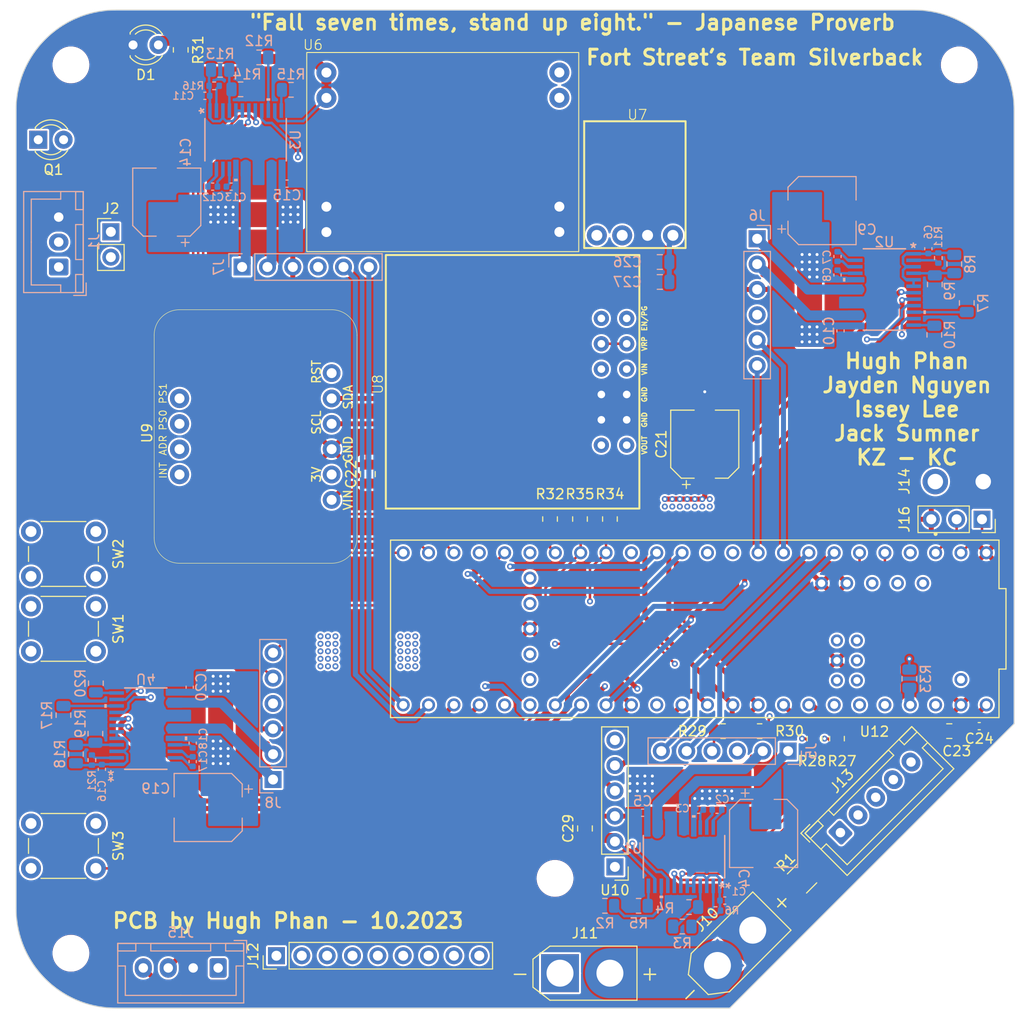
<source format=kicad_pcb>
(kicad_pcb (version 20221018) (generator pcbnew)
  (layers (0 "F.Cu" signal) (1 "In1.Cu" signal) (2 "In2.Cu" signal) (31 "B.Cu" signal) (34 "B.Paste" user) (35 "F.Paste" user) (36 "B.SilkS" user "B.Silkscreen") (37 "F.SilkS" user "F.Silkscreen") (38 "B.Mask" user) (39 "F.Mask" user) (44 "Edge.Cuts" user))
  (net 0 "")
  (net 1 "+3V3")
  (net 2 "Net-(U1-DVDD)")
  (net 3 "+5V")
  (net 4 "GNDPWR")
  (net 5 "Net-(D1-A)")
  (net 6 "Net-(U1-CPL)")
  (net 7 "Net-(U1-CPH)")
  (net 8 "Net-(U1-VCP)")
  (net 9 "Net-(U2-DVDD)")
  (net 10 "Net-(U2-CPL)")
  (net 11 "Net-(U2-CPH)")
  (net 12 "Net-(U2-VCP)")
  (net 13 "Net-(U3-DVDD)")
  (net 14 "Net-(U3-CPL)")
  (net 15 "Net-(U3-CPH)")
  (net 16 "Net-(U3-VCP)")
  (net 17 "Net-(U4-DVDD)")
  (net 18 "Net-(U4-CPL)")
  (net 19 "Net-(U4-CPH)")
  (net 20 "Net-(U4-VCP)")
  (net 21 "/RX")
  (net 22 "/TX")
  (net 23 "+15V")
  (net 24 "/SDA")
  (net 25 "/SCL")
  (net 26 "/KICKERTRIG")
  (net 27 "/LINE BREAK")
  (net 28 "/SW1")
  (net 29 "/SCL1")
  (net 30 "/SW2")
  (net 31 "/SDA1")
  (net 32 "/SW3")
  (net 33 "/M1A")
  (net 34 "/M1B")
  (net 35 "/ENC1A")
  (net 36 "/ENC1B")
  (net 37 "/M1IN1")
  (net 38 "/M1IN2")
  (net 39 "/M2A")
  (net 40 "/M2B")
  (net 41 "/ENC2A")
  (net 42 "/ENC2B")
  (net 43 "/M3A")
  (net 44 "/M3B")
  (net 45 "/ENC3A")
  (net 46 "/ENC3B")
  (net 47 "/M4A")
  (net 48 "/M4B")
  (net 49 "/ENC4A")
  (net 50 "/M2IN1")
  (net 51 "/M2IN2")
  (net 52 "/ENC4B")
  (net 53 "Net-(J12-Pin_1)")
  (net 54 "Net-(J12-Pin_2)")
  (net 55 "Net-(J12-Pin_3)")
  (net 56 "Net-(J12-Pin_4)")
  (net 57 "Net-(J12-Pin_5)")
  (net 62 "Net-(J14-Pin_2)")
  (net 63 "/M3IN1")
  (net 64 "/M3IN2")
  (net 65 "Net-(U1-IPROPI1)")
  (net 66 "Net-(U1-SR)")
  (net 67 "Net-(U1-IPROPI2)")
  (net 68 "Net-(U1-NFAULT)")
  (net 69 "Net-(U2-IPROPI1)")
  (net 70 "Net-(U2-SR)")
  (net 71 "Net-(U2-IPROPI2)")
  (net 72 "Net-(U2-NFAULT)")
  (net 73 "Net-(U3-IPROPI1)")
  (net 74 "Net-(U3-SR)")
  (net 75 "Net-(U3-IPROPI2)")
  (net 76 "/M4IN1")
  (net 77 "/M4IN2")
  (net 78 "Net-(U3-NFAULT)")
  (net 79 "Net-(U4-IPROPI1)")
  (net 80 "Net-(U4-SR)")
  (net 81 "Net-(U4-IPROPI2)")
  (net 82 "Net-(U4-NFAULT)")
  (net 83 "/DISABLE")
  (net 85 "unconnected-(U8-VRP-Pad4)")
  (net 98 "/TX3")
  (net 99 "/RX3")
  (net 107 "/RST")
  (net 110 "/M5IN2")
  (net 111 "/M5IN1")
  (net 119 "Net-(J10-Pin_1)")
  (net 120 "GNDS")
  (footprint "Resistor_SMD:R_0805_2012Metric" (layer "F.Cu") (at 116.5 104 90)
    (fp_text reference "R31")
    (fp_text value "95R")
  )
  (footprint "Resistor_SMD:R_0805_2012Metric" (layer "F.Cu") (at 182.25 173 -90)
    (fp_text reference "R27")
    (fp_text value "4K7")
  )
  (footprint "2.3 PCBs:5V, 5.5A Step-Down Voltage Regulator D36V50F5" (layer "F.Cu") (at 149.75 137.25 90)
    (fp_text reference "U8")
    (fp_text value "~")
  )
  (footprint "MountingHole:MountingHole_3.2mm_M3" (layer "F.Cu") (at 105.5 105.5)
    (fp_text reference "H3" hide)
    (fp_text value "MountingHole")
  )
  (footprint "Resistor_SMD:R_0805_2012Metric" (layer "F.Cu") (at 159.5 151 90)
    (fp_text reference "R34")
    (fp_text value "10K")
  )
  (footprint "Resistor_SMD:R_0805_2012Metric" (layer "F.Cu") (at 170.8375 172.25 180)
    (fp_text reference "R29")
    (fp_text value "4K7")
  )
  (footprint "Resistor_SMD:R_0805_2012Metric" (layer "F.Cu") (at 180 173 -90)
    (fp_text reference "R28")
    (fp_text value "4K7")
  )
  (footprint "Button_Switch_THT:SW_PUSH_6mm_H4.3mm" (layer "F.Cu") (at 108 156.75 180)
    (fp_text reference "SW2")
    (fp_text value "SPST")
  )
  (footprint "Button_Switch_THT:SW_PUSH_6mm_H4.3mm" (layer "F.Cu") (at 101.5 181.5)
    (fp_text reference "SW3")
    (fp_text value "SPST")
  )
  (footprint "Resistor_SMD:R_0805_2012Metric" (layer "F.Cu") (at 174.5 172.25)
    (fp_text reference "R30")
    (fp_text value "4K7")
  )
  (footprint "Button_Switch_THT:SW_PUSH_6mm_H4.3mm" (layer "F.Cu") (at 108 164.25 180)
    (fp_text reference "SW1")
    (fp_text value "SPST")
  )
  (footprint "MountingHole:MountingHole_3.2mm_M3" (layer "F.Cu") (at 154 187)
    (fp_text reference "H1" hide)
    (fp_text value "MountingHole")
  )
  (footprint "MountingHole:MountingHole_3.2mm_M3" (layer "F.Cu") (at 194.5 105.5)
    (fp_text reference "H2" hide)
    (fp_text value "MountingHole")
  )
  (footprint "Connector_Wire:SolderWire-0.75sqmm_1x02_P4.8mm_D1.25mm_OD2.3mm" (layer "F.Cu") (at 196.9 147.25 180)
    (fp_text reference "J14")
    (fp_text value "5V PI")
  )
  (footprint "Capacitor_SMD:CP_Elec_6.3x7.7" (layer "F.Cu") (at 169 143.5 90)
    (fp_text reference "C21")
    (fp_text value "100uF")
  )
  (footprint "Resistor_SMD:R_0805_2012Metric" (layer "F.Cu") (at 156.5 151 90)
    (fp_text reference "R35")
    (fp_text value "10K")
  )
  (footprint "Connector_PinHeader_2.54mm:PinHeader_1x06_P2.54mm_Vertical" (layer "F.Cu") (at 160 185.85 180)
    (fp_text reference "U10")
    (fp_text value "Bluetooth_Module_(HC-05)")
  )
  (footprint "Capacitor_SMD:C_0402_1005Metric" (layer "F.Cu") (at 196.5 171.75)
    (fp_text reference "C24")
    (fp_text value "0.1uF")
  )
  (footprint "Resistor_SMD:R_0805_2012Metric" (layer "F.Cu") (at 153.5 151 90)
    (fp_text reference "R32")
    (fp_text value "10K")
  )
  (footprint "Connector_JST:JST_XH_B5B-XH-A_1x05_P2.50mm_Vertical" (layer "F.Cu") (at 182.593235 182.414303 45)
    (fp_text reference "J13")
    (fp_text value "Batt Bal")
  )
  (footprint "Capacitor_SMD:C_0805_2012Metric" (layer "F.Cu") (at 193.5 172.25)
    (fp_text reference "C23")
    (fp_text value "10uF")
  )
  (footprint "Connector_PinHeader_2.54mm:PinHeader_1x09_P2.54mm_Vertical" (layer "F.Cu") (at 126.09 194.75 90)
    (fp_text reference "J12")
    (fp_text value "Battery Buzzer")
  )
  (footprint "2.3 PCBs:Pololu 3.3V, 500mA Step-Down Voltage Regulator D24V5F3" (layer "F.Cu") (at 162 117)
    (fp_text reference "U7")
    (fp_text value "~")
  )
  (footprint "Capacitor_SMD:C_0805_2012Metric" (layer "F.Cu") (at 157 182 90)
    (fp_text reference "C29")
    (fp_text value "10uF")
  )
  (footprint "DEV-16771:MODULE_DEV-16771" (layer "F.Cu") (at 168 162 180)
    (fp_text reference "U12")
    (fp_text value "DEV-16771")
  )
  (footprint "Connector_PinSocket_2.54mm:PinSocket_1x03_P2.54mm_Vertical" (layer "F.Cu") (at 196.775 151.025 -90)
    (fp_text reference "J16")
    (fp_text value "UART")
  )
  (footprint "LED_THT:LED_D3.0mm" (layer "F.Cu") (at 102.225 113)
    (fp_text reference "Q1")
    (fp_text value "Q_Photo_NPN")
  )
  (footprint "MountingHole:MountingHole_3.2mm_M3" (layer "F.Cu") (at 105.5 194.5)
    (fp_text reference "H4" hide)
    (fp_text value "MountingHole")
  )
  (footprint "Connector_AMASS:AMASS_XT30U-F_1x02_P5.0mm_Vertical" (layer "F.Cu") (at 170.272614 195.727387 45)
    (fp_text reference "J10")
    (fp_text value "4S Battery")
  )
  (footprint "Connector_AMASS:AMASS_XT30U-M_1x02_P5.0mm_Vertical" (layer "F.Cu") (at 154.5 196.5)
    (fp_text reference "J11")
    (fp_text value "Power Switch")
  )
  (footprint "Capacitor_SMD:C_0805_2012Metric" (layer "F.Cu") (at 135.25 146.5 90)
    (fp_text reference "C22")
    (fp_text value "10uF")
  )
  (footprint "Resistor_SMD:R_1210_3225Metric" (layer "F.Cu") (at 178.75 187 45)
    (fp_text reference "R1")
    (fp_text value "R")
  )
  (footprint "Connector_PinHeader_2.54mm:PinHeader_1x02_P2.54mm_Vertical" (layer "F.Cu") (at 109.5 122.225)
    (fp_text reference "J2")
    (fp_text value "M5")
  )
  (footprint "2.3 PCBs:Adafruit IMU BNO055" (layer "F.Cu") (at 124 142.73 90)
    (fp_text reference "U9")
    (fp_text value "Adafruit_BNO055_STEMMA_QT")
  )
  (footprint "LED_THT:LED_D3.0mm" (layer "F.Cu") (at 111.725 103.5)
    (fp_text reference "D1")
    (fp_text value "LED")
  )
  (footprint "2.3 PCBs:DC-DC Multi-output Buck Converter" (layer "F.Cu") (at 143 114 90)
    (fp_text reference "U6")
    (fp_text value "~")
  )
  (footprint "Capacitor_SMD:C_0402_1005Metric" (layer "B.Cu") (at 168.375002 180.124998 180)
    (fp_text reference "C3")
    (fp_text value "1uF")
  )
  (footprint "Connector_PinHeader_2.54mm:PinHeader_1x06_P2.54mm_Vertical" (layer "B.Cu") (at 177.35 174.25 90)
    (fp_text reference "J5")
    (fp_text value "M1")
  )
  (footprint "Capacitor_SMD:C_0402_1005Metric" (layer "B.Cu") (at 108.6 176.08 -90)
    (fp_text reference "C16")
    (fp_text value "1uF")
  )
  (footprint "DRV8873HPWPR:PWP24_TEX" (layer "B.Cu") (at 166.925002 184.824998 90)
    (fp_text reference "U1")
    (fp_text value "DRV8873HPWPR")
  )
  (footprint "Capacitor_SMD:CP_Elec_6.3x7.7" (layer "B.Cu") (at 174.895002 182.5 -90)
    (fp_text reference "C4")
    (fp_text value "100uF")
  )
  (footprint "Resistor_SMD:R_0805_2012Metric" (layer "B.Cu") (at 162.375002 189.75 180)
    (fp_text reference "R5")
    (fp_text value "363R")
  )
  (footprint "Capacitor_SMD:C_0402_1005Metric" (layer "B.Cu") (at 182.3 126.55 -90)
    (fp_text reference "C8")
    (fp_text value "1uF")
  )
  (footprint "Capacitor_SMD:C_0402_1005Metric" (layer "B.Cu") (at 127.15 117.4)
    (fp_text reference "C15")
    (fp_text value "0.1uF")
  )
  (footprint "Capacitor_SMD:C_0402_1005Metric" (layer "B.Cu") (at 117.7 173.45 90)
    (fp_text reference "C18")
    (fp_text value "1uF")
  )
  (footprint "DRV8873HPWPR:PWP24_TEX" (layer "B.Cu") (at 187 128 180)
    (fp_text reference "U2")
    (fp_text value "DRV8873HPWPR")
  )
  (footprint "Resistor_SMD:R_0805_2012Metric" (layer "B.Cu") (at 195.25 129.35 90)
    (fp_text reference "R7")
    (fp_text value "363R")
  )
  (footprint "Capacitor_SMD:C_0805_2012Metric" (layer "B.Cu") (at 164.5 125.25 180)
    (fp_text reference "C26")
    (fp_text value "10uF")
  )
  (footprint "Capacitor_SMD:C_0402_1005Metric" (layer "B.Cu") (at 119.7 117.7)
    (fp_text reference "C12")
    (fp_text value "47nF")
  )
  (footprint "Resistor_SMD:R_0805_2012Metric" (layer "B.Cu") (at 104.75 170.65 -90)
    (fp_text reference "R17")
    (fp_text value "363R")
  )
  (footprint "Capacitor_SMD:C_0402_1005Metric" (layer "B.Cu") (at 170.225002 180.124998 180)
    (fp_text reference "C2")
    (fp_text value "47nF")
  )
  (footprint "Resistor_SMD:R_0805_2012Metric" (layer "B.Cu") (at 194 125.45 -90)
    (fp_text reference "R8")
    (fp_text value "0R")
  )
  (footprint "Connector_PinHeader_2.54mm:PinHeader_1x06_P2.54mm_Vertical" (layer "B.Cu") (at 122.65 125.75 -90)
    (fp_text reference "J7")
    (fp_text value "M3")
  )
  (footprint "Resistor_SMD:R_0805_2012Metric" (layer "B.Cu") (at 107.95 172.5 90)
    (fp_text reference "R19")
    (fp_text value "3M")
  )
  (footprint "Resistor_SMD:R_0805_2012Metric" (layer "B.Cu") (at 120.45 106)
    (fp_text reference "R13")
    (fp_text value "0R")
  )
  (footprint "Resistor_SMD:R_0402_1005Metric" (layer "B.Cu") (at 170.075002 190.224998 180)
    (fp_text reference "R6")
    (fp_text value "10k")
  )
  (footprint "Connector_PinHeader_2.54mm:PinHeader_1x06_P2.54mm_Vertical" (layer "B.Cu") (at 174.25 122.92 180)
    (fp_text reference "J6")
    (fp_text value "M2")
  )
  (footprint "Connector_JST:JST_XH_B4B-XH-A_1x04_P2.50mm_Vertical" (layer "B.Cu") (at 120.25 195.975 180)
    (fp_text reference "J15")
    (fp_text value "Line")
  )
  (footprint "Resistor_SMD:R_0805_2012Metric" (layer "B.Cu") (at 124.35 104.75 180)
    (fp_text reference "R12")
    (fp_text value "363R")
  )
  (footprint "Capacitor_SMD:C_0805_2012Metric" (layer "B.Cu") (at 164.5 127.25 180)
    (fp_text reference "C27")
    (fp_text value "10uF")
  )
  (footprint "Capacitor_SMD:C_0402_1005Metric" (layer "B.Cu") (at 118.92 108.6 180)
    (fp_text reference "C11")
    (fp_text value "1uF")
  )
  (footprint "Resistor_SMD:R_0402_1005Metric" (layer "B.Cu") (at 119.85 107.6)
    (fp_text reference "R16")
    (fp_text value "10k")
  )
  (footprint "Resistor_SMD:R_0805_2012Metric" (layer "B.Cu") (at 192 132.55 -90)
    (fp_text reference "R10")
    (fp_text value "363R")
  )
  (footprint "Resistor_SMD:R_0805_2012Metric" (layer "B.Cu") (at 167.425002 189.874998 180)
    (fp_text reference "R4")
    (fp_text value "3M")
  )
  (footprint "Resistor_SMD:R_0402_1005Metric" (layer "B.Cu") (at 107.6 175.15 90)
    (fp_text reference "R21")
    (fp_text value "10k")
  )
  (footprint "Capacitor_SMD:C_0402_1005Metric" (layer "B.Cu") (at 182.6 132.15 -90)
    (fp_text reference "C10")
    (fp_text value "0.1uF")
  )
  (footprint "Capacitor_SMD:C_0402_1005Metric" (layer "B.Cu") (at 171.005002 189.224998)
    (fp_text reference "C1")
    (fp_text value "1uF")
  )
  (footprint "Resistor_SMD:R_0805_2012Metric" (layer "B.Cu") (at 122.5 107.95)
    (fp_text reference "R14")
    (fp_text value "3M")
  )
  (footprint "Resistor_SMD:R_0402_1005Metric" (layer "B.Cu") (at 192.4 124.85 -90)
    (fp_text reference "R11")
    (fp_text value "10k")
  )
  (footprint "Capacitor_SMD:CP_Elec_6.3x7.7" (layer "B.Cu") (at 115.1 119.25 90)
    (fp_text reference "C14")
    (fp_text value "100uF")
  )
  (footprint "Capacitor_SMD:C_0402_1005Metric" (layer "B.Cu") (at 162.775002 180.424998 180)
    (fp_text reference "C5")
    (fp_text value "0.1uF")
  )
  (footprint "Capacitor_SMD:CP_Elec_6.3x7.7" (layer "B.Cu") (at 119.25 179.9 180)
    (fp_text reference "C19")
    (fp_text value "100uF")
  )
  (footprint "Resistor_SMD:R_0805_2012Metric" (layer "B.Cu") (at 106 174.55 90)
    (fp_text reference "R18")
    (fp_text value "0R")
  )
  (footprint "DRV8873HPWPR:PWP24_TEX" (layer "B.Cu") (at 123 113 -90)
    (fp_text reference "U3")
    (fp_text value "DRV8873HPWPR")
  )
  (footprint "Connector_PinHeader_2.54mm:PinHeader_1x06_P2.54mm_Vertical" (layer "B.Cu") (at 125.75 177.1)
    (fp_text reference "J8")
    (fp_text value "M4")
  )
  (footprint "Capacitor_SMD:C_0402_1005Metric" (layer "B.Cu") (at 182.3 124.7 -90)
    (fp_text reference "C7")
    (fp_text value "47nF")
  )
  (footprint "Resistor_SMD:R_0805_2012Metric" (layer "B.Cu") (at 108 167.45 90)
    (fp_text reference "R20")
    (fp_text value "363R")
  )
  (footprint "Resistor_SMD:R_0805_2012Metric" (layer "B.Cu") (at 159 189.75 180)
    (fp_text reference "R2")
    (fp_text value "363R")
  )
  (footprint "DRV8873HPWPR:PWP24_TEX" (layer "B.Cu") (at 113 172)
    (fp_text reference "U4")
    (fp_text value "DRV8873HPWPR")
  )
  (footprint "Connector_JST:JST_XH_B3B-XH-A_1x03_P2.50mm_Vertical" (layer "B.Cu") (at 104.275 125.75 90)
    (fp_text reference "J1")
    (fp_text value "KICKER")
  )
  (footprint "Resistor_SMD:R_0805_2012Metric" (layer "B.Cu") (at 192.05 127.5 -90)
    (fp_text reference "R9")
    (fp_text value "3M")
  )
  (footprint "Resistor_SMD:R_0805_2012Metric" (layer "B.Cu") (at 127.55 108)
    (fp_text reference "R15")
    (fp_text value "363R")
  )
  (footprint "Capacitor_SMD:C_0402_1005Metric" (layer "B.Cu") (at 191.4 123.92 90)
    (fp_text reference "C6")
    (fp_text value "1uF")
  )
  (footprint "Resistor_SMD:R_0805_2012Metric" (layer "B.Cu") (at 166.75 191.824998 180)
    (fp_text reference "R3")
    (fp_text value "0R")
  )
  (footprint "Capacitor_SMD:CP_Elec_6.3x7.7" (layer "B.Cu") (at 180.75 120.1)
    (fp_text reference "C9")
    (fp_text value "100uF")
  )
  (footprint "Resistor_SMD:R_0805_2012Metric" (layer "B.Cu") (at 189.5 167 90)
    (fp_text reference "R33")
    (fp_text value "10K")
  )
  (footprint "Capacitor_SMD:C_0402_1005Metric" (layer "B.Cu") (at 117.4 167.85 90)
    (fp_text reference "C20")
    (fp_text value "0.1uF")
  )
  (footprint "Capacitor_SMD:C_0402_1005Metric" (layer "B.Cu") (at 121.55 117.7)
    (fp_text reference "C13")
    (fp_text value "1uF")
  )
  (footprint "Capacitor_SMD:C_0402_1005Metric" (layer "B.Cu") (at 117.7 175.3 90)
    (fp_text reference "C17")
    (fp_text value "47nF")
  )
  (gr_line (start 100 190) (end 100 110) (stroke (width 0.1)) (layer "Edge.Cuts"))
  (gr_arc (start 190 100) (mid 197.071068 102.928932) (end 200 110) (stroke (width 0.1)) (layer "Edge.Cuts"))
  (gr_line (start 171.5 200) (end 110 200) (stroke (width 0.1)) (layer "Edge.Cuts"))
  (gr_arc (start 110 200) (mid 102.928932 197.071068) (end 100 190) (stroke (width 0.1)) (layer "Edge.Cuts"))
  (gr_line (start 110 100) (end 190 100) (stroke (width 0.1)) (layer "Edge.Cuts"))
  (gr_arc (start 100 110) (mid 102.928932 102.928932) (end 110 100) (stroke (width 0.1)) (layer "Edge.Cuts"))
  (gr_line (start 171.5 200) (end 200 171.5) (stroke (width 0.1)) (layer "Edge.Cuts"))
  (gr_line (start 200 171.5) (end 200 110) (stroke (width 0.1)) (layer "Edge.Cuts"))
  (gr_text "PCB by Hugh Phan - 10.2023" (at 127.25 191.25) (layer "F.SilkS") (effects (font (size 1.5 1.5) (thickness 0.3) bold)))
  (gr_text "{dblquote}Fall seven times, stand up eight.{dblquote} - Japanese Proverb" (at 155.75 101.25) (layer "F.SilkS") (effects (font (size 1.5 1.5) (thickness 0.3) bold)))
  (gr_text "Hugh Phan\nJayden Nguyen\nIssey Lee\nJack Sumner\nKZ - KC" (at 189.25 140) (layer "F.SilkS") (effects (font (size 1.5 1.5) (thickness 0.3) bold)))
  (gr_text "Fort Street's Team Silverback" (at 174 104.75) (layer "F.SilkS") (effects (font (size 1.5 1.5) (thickness 0.3) bold)))
  (segment (start 135.25 147.45) (end 133.25 147.45) (width 0.5) (layer "F.Cu") (net 1))
  (segment (start 169.925 174.055) (end 169.73 174.25) (width 0.25) (layer "F.Cu") (net 1))
  (segment (start 179.0875 173) (end 180 173.9125) (width 0.25) (layer "F.Cu") (net 1))
  (segment (start 181.3375 173) (end 182.25 173.9125) (width 0.25) (layer "F.Cu") (net 1))
  (segment (start 169.925 172.25) (end 169.925 174.055) (width 0.25) (layer "F.Cu") (net 1))
  (segment (start 175.4125 170.8375) (end 175.5 170.75) (width 0.25) (layer "F.Cu") (net 1))
  (segment (start 178.75 173) (end 179.0875 173) (width 0.25) (layer "F.Cu") (net 1))
  (segment (start 133.25 147.45) (end 131.62 149.08) (width 0.5) (layer "F.Cu") (net 1))
  (segment (start 181 173) (end 181.3375 173) (width 0.25) (layer "F.Cu") (net 1))
  (segment (start 175.4125 172.25) (end 175.4125 170.8375) (width 0.25) (layer "F.Cu") (net 1))
  (via (at 175.5 170.75) (size 0.6) (drill 0.3) (layers "F.Cu" "B.Cu") (net 1))
  (via (at 181 173) (size 0.6) (drill 0.3) (layers "F.Cu" "B.Cu") (net 1))
  (via (at 178.75 173) (size 0.6) (drill 0.3) (layers "F.Cu" "B.Cu") (net 1))
  (segment (start 165.45 125.25) (end 165.45 122.94) (width 0.5) (layer "B.Cu") (net 1))
  (segment (start 165.45 127.25) (end 165.45 122.94) (width 0.5) (layer "B.Cu") (net 1))
  (segment (start 170.175001 186.689998) (end 170.500001 187.014998) (width 0.25) (layer "B.Cu") (net 2))
  (segment (start 169.910002 190.899998) (end 170.585002 190.224998) (width 0.25) (layer "B.Cu") (net 2))
  (segment (start 169.525004 186.689998) (end 170.175001 186.689998) (width 0.25) (layer "B.Cu") (net 2))
  (segment (start 167.900004 187.014998) (end 168.225004 186.689998) (width 0.25) (layer "B.Cu") (net 2))
  (segment (start 169.200004 187.014998) (end 169.200004 187.745998) (width 0.25) (layer "B.Cu") (net 2))
  (segment (start 167.250003 187.745998) (end 167.900004 187.745998) (width 0.25) (layer "B.Cu") (net 2))
  (segment (start 167.6625 191.824998) (end 168.5875 190.899998) (width 0.25) (layer "B.Cu") (net 2))
  (segment (start 168.875004 186.689998) (end 169.200004 187.014998) (width 0.25) (layer "B.Cu") (net 2))
  (segment (start 170.500001 187.745998) (end 170.500001 189.199997) (width 0.25) (layer "B.Cu") (net 2))
  (segment (start 170.525002 189.224998) (end 170.525002 190.164998) (width 0.25) (layer "B.Cu") (net 2))
  (segment (start 168.225004 186.689998) (end 168.875004 186.689998) (width 0.25) (layer "B.Cu") (net 2))
  (segment (start 170.500001 187.014998) (end 170.500001 187.745998) (width 0.25) (layer "B.Cu") (net 2))
  (segment (start 168.5875 190.899998) (end 169.910002 190.899998) (width 0.25) (layer "B.Cu") (net 2))
  (segment (start 167.900004 187.745998) (end 167.900004 187.014998) (width 0.25) (layer "B.Cu") (net 2))
  (segment (start 169.200004 187.014998) (end 169.525004 186.689998) (width 0.25) (layer "B.Cu") (net 2))
  (segment (start 159.64 182.95) (end 160 183.31) (width 1) (layer "F.Cu") (net 3))
  (segment (start 129.7375 104.9125) (end 131.095 106.27) (width 1) (layer "F.Cu") (net 3))
  (segment (start 196.02 170.81) (end 197.21 169.62) (width 0.5) (layer "F.Cu") (net 3))
  (segment (start 169 148.75) (end 168.75 149) (width 0.5) (layer "F.Cu") (net 3))
  (segment (start 116.5 104.9125) (end 129.7375 104.9125) (width 1) (layer "F.Cu") (net 3))
  (segment (start 194.45 172.25) (end 195.52 172.25) (width 0.5) (layer "F.Cu") (net 3))
  (segment (start 169 146.2) (end 169 148.75) (width 0.5) (layer "F.Cu") (net 3))
  (segment (start 195.52 172.25) (end 196.02 171.75) (width 0.5) (layer "F.Cu") (net 3))
  (segment (start 157 182.95) (end 159.64 182.95) (width 1) (layer "F.Cu") (net 3))
  (segment (start 196.02 171.75) (end 196.02 170.81) (width 0.5) (layer "F.Cu") (net 3))
  (segment (start 168.75 149) (end 165 149) (width 0.5) (layer "F.Cu") (net 3))
  (segment (start 131.095 106.27) (end 131.095 108.81) (width 1) (layer "F.Cu") (net 3))
  (via (at 168.75 149.75) (size 0.6) (drill 0.3) (layers "F.Cu" "B.Cu") (net 3))
  (via (at 166.5 149.75) (size 0.6) (drill 0.3) (layers "F.Cu" "B.Cu") (net 3))
  (via (at 188.75 132.5) (size 0.6) (drill 0.3) (layers "F.Cu" "B.Cu") (net 3))
  (via (at 165 149.75) (size 0.6) (drill 0.3) (layers "F.Cu" "B.Cu") (net 3))
  (via (at 165.75 149) (size 0.6) (drill 0.3) (layers "F.Cu" "B.Cu") (net 3))
  (via (at 169.5 149) (size 0.6) (drill 0.3) (layers "F.Cu" "B.Cu") (net 3))
  (via (at 167.25 149) (size 0.6) (drill 0.3) (layers "F.Cu" "B.Cu") (net 3))
  (via (at 168 149) (size 0.6) (drill 0.3) (layers "F.Cu" "B.Cu") (net 3))
  (via (at 112.5 168.2344) (size 0.6) (drill 0.3) (layers "F.Cu" "B.Cu") (net 3))
  (via (at 168 149.75) (size 0.6) (drill 0.3) (layers "F.Cu" "B.Cu") (net 3))
  (via (at 168.75 149) (size 0.6) (drill 0.3) (layers "F.Cu" "B.Cu") (net 3))
  (via (at 166.5 149) (size 0.6) (drill 0.3) (layers "F.Cu" "B.Cu") (net 3))
  (via (at 169.5 149.75) (size 0.6) (drill 0.3) (layers "F.Cu" "B.Cu") (net 3))
  (via (at 167.25 149.75) (size 0.6) (drill 0.3) (layers "F.Cu" "B.Cu") (net 3))
  (via (at 165 149) (size 0.6) (drill 0.3) (layers "F.Cu" "B.Cu") (net 3))
  (via (at 165.75 149.75) (size 0.6) (drill 0.3) (layers "F.Cu" "B.Cu") (net 3))
  (segment (start 125.924998 110.079) (end 125.924998 110.81) (width 0.25) (layer "B.Cu") (net 3))
  (segment (start 189.19 130.924998) (end 188.75 131.364998) (width 0.25) (layer "B.Cu") (net 3))
  (segment (start 164.000004 187.745998) (end 164.000004 187.027979) (width 0.25) (layer "B.Cu") (net 3))
  (segment (start 160.282025 183.31) (end 160 183.31) (width 0.25) (layer "B.Cu") (net 3))
  (segment (start 188.75 131.364998) (end 188.75 132.5) (width 0.25) (layer "B.Cu") (net 3))
  (segment (start 110.980882 169.075002) (end 110.079 169.075002) (width 0.25) (layer "B.Cu") (net 3))
  (segment (start 111.805884 168.25) (end 110.980882 169.075002) (width 0.25) (layer "B.Cu") (net 3))
  (segment (start 128.77 111.135) (end 131.095 108.81) (width 0.25) (layer "B.Cu") (net 3))
  (segment (start 164.000004 187.027979) (end 160.282025 183.31) (width 0.25) (layer "B.Cu") (net 3))
  (segment (start 125.924998 110.81) (end 126.249998 111.135) (width 0.25) (layer "B.Cu") (net 3))
  (segment (start 126.249998 111.135) (end 128.77 111.135) (width 0.25) (layer "B.Cu") (net 3))
  (segment (start 112.5 168.2344) (end 112.4844 168.25) (width 0.25) (layer "B.Cu") (net 3))
  (segment (start 189.921 130.924998) (end 189.19 130.924998) (width 0.25) (layer "B.Cu") (net 3))
  (segment (start 112.4844 168.25) (end 111.805884 168.25) (width 0.25) (layer "B.Cu") (net 3))
  (segment (start 173.808148 191.941852) (end 173.808148 192.191853) (width 2) (layer "F.Cu") (net 4))
  (segment (start 177.715856 188.034144) (end 173.808148 191.941852) (width 2) (layer "F.Cu") (net 4))
  (segment (start 169 140.8) (end 169 138.25) (width 0.5) (layer "F.Cu") (net 4))
  (via (at 169 138.25) (size 0.6) (drill 0.3) (layers "F.Cu" "B.Cu") (net 4))
  (segment (start 116.5 103.0875) (end 114.6775 103.0875) (width 1) (layer "F.Cu") (net 5))
  (segment (start 114.6775 103.0875) (end 114.265 103.5) (width 1) (layer "F.Cu") (net 5))
  (segment (start 169.85 181.172998) (end 170.705002 180.317996) (width 0.25) (layer "B.Cu") (net 6))
  (segment (start 169.85 181.903998) (end 169.85 181.172998) (width 0.25) (layer "B.Cu") (net 6))
  (segment (start 170.705002 180.317996) (end 170.705002 180.124998) (width 0.25) (layer "B.Cu") (net 6))
  (segment (start 169.200001 181.172998) (end 169.745002 180.627997) (width 0.25) (layer "B.Cu") (net 7))
  (segment (start 169.200001 181.903998) (end 169.200001 181.172998) (width 0.25) (layer "B.Cu") (net 7))
  (segment (start 169.745002 180.627997) (end 169.745002 180.124998) (width 0.25) (layer "B.Cu") (net 7))
  (segment (start 168.855002 180.124998) (end 168.55 180.43) (width 0.25) (layer "B.Cu") (net 8))
  (segment (start 168.55 180.43) (end 168.55 181.903998) (width 0.25) (layer "B.Cu") (net 8))
  (segment (start 188.865 124.750001) (end 189.19 124.425001) (width 0.25) (layer "B.Cu") (net 9))
  (segment (start 189.921 127.024998) (end 189.19 127.024998) (width 0.25) (layer "B.Cu") (net 9))
  (segment (start 188.865 126.699998) (end 188.865 126.049998) (width 0.25) (layer "B.Cu") (net 9))
  (segment (start 189.19 125.724998) (end 188.865 125.399998) (width 0.25) (layer "B.Cu") (net 9))
  (segment (start 189.19 124.425001) (end 189.921 124.425001) (width 0.25) (layer "B.Cu") (net 9))
  (segment (start 189.921 127.674999) (end 189.921 127.024998) (width 0.25) (layer "B.Cu") (net 9))
  (segment (start 189.19 125.724998) (end 189.921 125.724998) (width 0.25) (layer "B.Cu") (net 9))
  (segment (start 189.921 124.425001) (end 191.374999 124.425001) (width 0.25) (layer "B.Cu") (net 9))
  (segment (start 191.4 124.4) (end 192.34 124.4) (width 0.25) (layer "B.Cu") (net 9))
  (segment (start 189.19 127.024998) (end 188.865 126.699998) (width 0.25) (layer "B.Cu") (net 9))
  (segment (start 192.4 124.34) (end 193.8025 124.34) (width 0.25) (layer "B.Cu") (net 9))
  (segment (start 188.865 125.399998) (end 188.865 124.750001) (width 0.25) (layer "B.Cu") (net 9))
  (segment (start 188.865 126.049998) (end 189.19 125.724998) (width 0.25) (layer "B.Cu") (net 9))
  (segment (start 182.492998 124.22) (end 182.3 124.22) (width 0.25) (layer "B.Cu") (net 10))
  (segment (start 183.348 125.075002) (end 182.492998 124.22) (width 0.25) (layer "B.Cu") (net 10))
  (segment (start 184.079 125.075002) (end 183.348 125.075002) (width 0.25) (layer "B.Cu") (net 10))
  (segment (start 184.079 125.725001) (end 183.348 125.725001) (width 0.25) (layer "B.Cu") (net 11))
  (segment (start 183.348 125.725001) (end 182.802999 125.18) (width 0.25) (layer "B.Cu") (net 11))
  (segment (start 182.802999 125.18) (end 182.3 125.18) (width 0.25) (layer "B.Cu") (net 11))
  (segment (start 182.605002 126.375002) (end 184.079 126.375002) (width 0.25) (layer "B.Cu") (net 12))
  (segment (start 182.3 126.07) (end 182.605002 126.375002) (width 0.25) (layer "B.Cu") (net 12))
  (segment (start 120.724998 110.81) (end 120.724998 110.079) (width 0.25) (layer "B.Cu") (net 13))
  (segment (start 122.024998 110.079) (end 122.024998 110.81) (width 0.25) (layer "B.Cu") (net 13))
  (segment (start 120.724998 110.81) (end 120.399998 111.135) (width 0.25) (layer "B.Cu") (net 13))
  (segment (start 120.399998 111.135) (end 119.750001 111.135) (width 0.25) (layer "B.Cu") (net 13))
  (segment (start 119.425001 110.81) (end 119.425001 110.079) (width 0.25) (layer "B.Cu") (net 13))
  (segment (start 121.049998 111.135) (end 120.724998 110.81) (width 0.25) (layer "B.Cu") (net 13))
  (segment (start 122.024998 110.81) (end 121.699998 111.135) (width 0.25) (layer "B.Cu") (net 13))
  (segment (start 119.34 107.6) (end 119.34 106.1975) (width 0.25) (layer "B.Cu") (net 13))
  (segment (start 121.699998 111.135) (end 121.049998 111.135) (width 0.25) (layer "B.Cu") (net 13))
  (segment (start 119.4 108.6) (end 119.4 107.66) (width 0.25) (layer "B.Cu") (net 13))
  (segment (start 119.425001 110.079) (end 119.425001 108.625001) (width 0.25) (layer "B.Cu") (net 13))
  (segment (start 119.750001 111.135) (end 119.425001 110.81) (width 0.25) (layer "B.Cu") (net 13))
  (segment (start 122.674999 110.079) (end 122.024998 110.079) (width 0.25) (layer "B.Cu") (net 13))
  (segment (start 120.075002 116.652) (end 119.22 117.507002) (width 0.25) (layer "B.Cu") (net 14))
  (segment (start 120.075002 115.921) (end 120.075002 116.652) (width 0.25) (layer "B.Cu") (net 14))
  (segment (start 119.22 117.507002) (end 119.22 117.7) (width 0.25) (layer "B.Cu") (net 14))
  (segment (start 120.725001 116.652) (end 120.18 117.197001) (width 0.25) (layer "B.Cu") (net 15))
  (segment (start 120.725001 115.921) (end 120.725001 116.652) (width 0.25) (layer "B.Cu") (net 15))
  (segment (start 120.18 117.197001) (end 120.18 117.7) (width 0.25) (layer "B.Cu") (net 15))
  (segment (start 121.07 117.7) (end 121.375002 117.394998) (width 0.25) (layer "B.Cu") (net 16))
  (segment (start 121.375002 117.394998) (end 121.375002 115.921) (width 0.25) (layer "B.Cu") (net 16))
  (segment (start 111.135 174.600002) (end 111.135 175.249999) (width 0.25) (layer "B.Cu") (net 17))
  (segment (start 110.81 172.975002) (end 111.135 173.300002) (width 0.25) (layer "B.Cu") (net 17))
  (segment (start 110.81 174.275002) (end 110.079 174.275002) (width 0.25) (layer "B.Cu") (net 17))
  (segment (start 111.135 173.950002) (end 110.81 174.275002) (width 0.25) (layer "B.Cu") (net 17))
  (segment (start 108.6 175.6) (end 107.66 175.6) (width 0.25) (layer "B.Cu") (net 17))
  (segment (start 111.135 173.300002) (end 111.135 173.950002) (width 0.25) (layer "B.Cu") (net 17))
  (segment (start 110.81 174.275002) (end 111.135 174.600002) (width 0.25) (layer "B.Cu") (net 17))
  (segment (start 110.079 172.325001) (end 110.079 172.975002) (width 0.25) (layer "B.Cu") (net 17))
  (segment (start 110.81 175.574999) (end 110.079 175.574999) (width 0.25) (layer "B.Cu") (net 17))
  (segment (start 110.079 175.574999) (end 108.625001 175.574999) (width 0.25) (layer "B.Cu") (net 17))
  (segment (start 111.135 175.249999) (end 110.81 175.574999) (width 0.25) (layer "B.Cu") (net 17))
  (segment (start 107.6 175.66) (end 106.1975 175.66) (width 0.25) (layer "B.Cu") (net 17))
  (segment (start 110.079 172.975002) (end 110.81 172.975002) (width 0.25) (layer "B.Cu") (net 17))
  (segment (start 115.921 174.924998) (end 116.652 174.924998) (width 0.25) (layer "B.Cu") (net 18))
  (segment (start 116.652 174.924998) (end 117.507002 175.78) (width 0.25) (layer "B.Cu") (net 18))
  (segment (start 117.507002 175.78) (end 117.7 175.78) (width 0.25) (layer "B.Cu") (net 18))
  (segment (start 116.652 174.274999) (end 117.197001 174.82) (width 0.25) (layer "B.Cu") (net 19))
  (segment (start 117.197001 174.82) (end 117.7 174.82) (width 0.25) (layer "B.Cu") (net 19))
  (segment (start 115.921 174.274999) (end 116.652 174.274999) (width 0.25) (layer "B.Cu") (net 19))
  (segment (start 117.394998 173.624998) (end 115.921 173.624998) (width 0.25) (layer "B.Cu") (net 20))
  (segment (start 117.7 173.93) (end 117.394998 173.624998) (width 0.25) (layer "B.Cu") (net 20))
  (segment (start 196.775 152.275) (end 196.775 151.025) (width 0.25) (layer "F.Cu") (net 21))
  (segment (start 194.67 154.38) (end 196.775 152.275) (width 0.25) (layer "F.Cu") (net 21))
  (segment (start 192.13 154.38) (end 194.235 152.275) (width 0.25) (layer "F.Cu") (net 22))
  (segment (start 194.235 152.275) (end 194.235 151.025) (width 0.25) (layer "F.Cu") (net 22))
  (via (at 120.25 121.25) (size 0.6) (drill 0.3) (layers "F.Cu" "B.Cu") (net 23))
  (via (at 120.25 119.75) (size 0.6) (drill 0.3) (layers "F.Cu" "B.Cu") (net 23))
  (via (at 127.5 119.75) (size 0.6) (drill 0.3) (layers "F.Cu" "B.Cu") (net 23))
  (via (at 168.75 179) (size 0.6) (drill 0.3) (layers "F.Cu" "B.Cu") (net 23))
  (via (at 126.75 119.75) (size 0.6) (drill 0.3) (layers "F.Cu" "B.Cu") (net 23))
  (via (at 130.5 163.5) (size 0.6) (drill 0.3) (layers "F.Cu" "B.Cu") (net 23))
  (via (at 128.25 119.75) (size 0.6) (drill 0.3) (layers "F.Cu" "B.Cu") (net 23))
  (via (at 121.25 168.25) (size 0.6) (drill 0.3) (layers "F.Cu" "B.Cu") (net 23))
  (via (at 178.75 125.25) (size 0.6) (drill 0.3) (layers "F.Cu" "B.Cu") (net 23))
  (via (at 127.5 121.25) (size 0.6) (drill 0.3) (layers "F.Cu" "B.Cu") (net 23))
  (via (at 179.5 133.25) (size 0.6) (drill 0.3) (layers "F.Cu" "B.Cu") (net 23))
  (via (at 130.5 162.75) (size 0.6) (drill 0.3) (layers "F.Cu" "B.Cu") (net 23))
  (via (at 131.25 162.75) (size 0.6) (drill 0.3) (layers "F.Cu" "B.Cu") (net 23))
  (via (at 169.5 178.25) (size 0.6) (drill 0.3) (layers "F.Cu" "B.Cu") (net 23))
  (via (at 119.5 121.25) (size 0.6) (drill 0.3) (layers "F.Cu" "B.Cu") (net 23))
  (via (at 163 177.5) (size 0.6) (drill 0.3) (layers "F.Cu" "B.Cu") (net 23))
  (via (at 179.5 126.75) (size 0.6) (drill 0.3) (layers "F.Cu" "B.Cu") (net 23))
  (via (at 180.25 125.25) (size 0.6) (drill 0.3) (layers "F.Cu" "B.Cu") (net 23))
  (via (at 163.75 178.25) (size 0.6) (drill 0.3) (layers "F.Cu" "B.Cu") (net 23))
  (via (at 119.75 173.25) (size 0.6) (drill 0.3) (layers "F.Cu" "B.Cu") (net 23))
  (via (at 163 176.75) (size 0.6) (drill 0.3) (layers "F.Cu" "B.Cu") (net 23))
  (via (at 138.5 163.5) (size 0.6) (drill 0.3) (layers "F.Cu" "B.Cu") (net 23))
  (via (at 178.75 126) (size 0.6) (drill 0.3) (layers "F.Cu" "B.Cu") (net 23))
  (via (at 180.25 126.75) (size 0.6) (drill 0.3) (layers "F.Cu" "B.Cu") (net 23))
  (via (at 170.199503 178.25) (size 0.6) (drill 0.3) (layers "F.Cu" "B.Cu") (net 23))
  (via (at 163 178.25) (size 0.6) (drill 0.3) (layers "F.Cu" "B.Cu") (net 23))
  (via (at 139.25 164.25) (size 0.6) (drill 0.3) (layers "F.Cu" "B.Cu") (net 23))
  (via (at 121.25 167.5) (size 0.6) (drill 0.3) (layers "F.Cu" "B.Cu") (net 23))
  (via (at 131.25 164.25) (size 0.6) (drill 0.3) (layers "F.Cu" "B.Cu") (net 23))
  (via (at 180.25 133.25) (size 0.6) (drill 0.3) (layers "F.Cu" "B.Cu") (net 23))
  (via (at 163.75 177.5) (size 0.6) (drill 0.3) (layers "F.Cu" "B.Cu") (net 23))
  (via (at 171.75 179) (size 0.6) (drill 0.3) (layers "F.Cu" "B.Cu") (net 23))
  (via (at 130.5 164.25) (size 0.6) (drill 0.3) (layers "F.Cu" "B.Cu") (net 23))
  (via (at 128.25 121.25) (size 0.6) (drill 0.3) (layers "F.Cu" "B.Cu") (net 23))
  (via (at 120.5 168.25) (size 0.6) (drill 0.3) (layers "F.Cu" "B.Cu") (net 23))
  (via (at 130.5 165.75) (size 0.6) (drill 0.3) (layers "F.Cu" "B.Cu") (net 23))
  (via (at 119.5 119.75) (size 0.6) (drill 0.3) (layers "F.Cu" "B.Cu") (net 23))
  (via (at 179.5 124.5) (size 0.6) (drill 0.3) (layers "F.Cu" "B.Cu") (net 23))
  (via (at 131.25 165.75) (size 0.6) (drill 0.3) (layers "F.Cu" "B.Cu") (net 23))
  (via (at 121.75 121.25) (size 0.6) (drill 0.3) (layers "F.Cu" "B.Cu") (net 23))
  (via (at 126.75 120.5) (size 0.6) (drill 0.3) (layers "F.Cu" "B.Cu") (net 23))
  (via (at 178.75 131.75) (size 0.6) (drill 0.3) (layers "F.Cu" "B.Cu") (net 23))
  (via (at 162.25 178.25) (size 0.6) (drill 0.3) (layers "F.Cu" "B.Cu") (net 23))
  (via (at 119.75 167.5) (size 0.6) (drill 0.3) (layers "F.Cu" "B.Cu") (net 23))
  (via (at 169.5 179) (size 0.6) (drill 0.3) (layers "F.Cu" "B.Cu") (net 23))
  (via (at 180.25 126) (size 0.6) (drill 0.3) (layers "F.Cu" "B.Cu") (net 23))
  (via (at 119.75 174.75) (size 0.6) (drill 0.3) (layers "F.Cu" "B.Cu") (net 23))
  (via (at 138.5 164.25) (size 0.6) (drill 0.3) (layers "F.Cu" "B.Cu") (net 23))
  (via (at 179.5 125.25) (size 0.6) (drill 0.3) (layers "F.Cu" "B.Cu") (net 23))
  (via (at 140 165) (size 0.6) (drill 0.3) (layers "F.Cu" "B.Cu") (net 23))
  (via (at 132 164.25) (size 0.6) (drill 0.3) (layers "F.Cu" "B.Cu") (net 23))
  (via (at 179.5 131.75) (size 0.6) (drill 0.3) (layers "F.Cu" "B.Cu") (net 23))
  (via (at 139.25 165.75) (size 0.6) (drill 0.3) (layers "F.Cu" "B.Cu") (net 23))
  (via (at 119.75 174) (size 0.6) (drill 0.3) (layers "F.Cu" "B.Cu") (net 23))
  (via (at 162.25 177.5) (size 0.6) (drill 0.3) (layers "F.Cu" "B.Cu") (net 23))
  (via (at 171.699503 178.25) (size 0.6) (drill 0.3) (layers "F.Cu" "B.Cu") (net 23))
  (via (at 139.25 162.75) (size 0.6) (drill 0.3) (layers "F.Cu" "B.Cu") (net 23))
  (via (at 120.5 175.5) (size 0.6) (drill 0.3) (layers "F.Cu" "B.Cu") (net 23))
  (via (at 161.5 178.25) (size 0.6) (drill 0.3) (layers "F.Cu" "B.Cu") (net 23))
  (via (at 161.5 176.75) (size 0.6) (drill 0.3) (layers "F.Cu" "B.Cu") (net 23))
  (via (at 120.5 174.75) (size 0.6) (drill 0.3) (layers "F.Cu" "B.Cu") (net 23))
  (via (at 121.25 174.75) (size 0.6) (drill 0.3) (layers "F.Cu" "B.Cu") (net 23))
  (via (at 180.25 132.5) (size 0.6) (drill 0.3) (layers "F.Cu" "B.Cu") (net 23))
  (via (at 180.25 124.5) (size 0.6) (drill 0.3) (layers "F.Cu" "B.Cu") (net 23))
  (via (at 132 163.5) (size 0.6) (drill 0.3) (layers "F.Cu" "B.Cu") (net 23))
  (via (at 140 163.5) (size 0.6) (drill 0.3) (layers "F.Cu" "B.Cu") (net 23))
  (via (at 130.5 165) (size 0.6) (drill 0.3) (layers "F.Cu" "B.Cu") (net 23))
  (via (at 178.75 133.25) (size 0.6) (drill 0.3) (layers "F.Cu" "B.Cu") (net 23))
  (via (at 127.5 120.5) (size 0.6) (drill 0.3) (layers "F.Cu" "B.Cu") (net 23))
  (via (at 139.25 165) (size 0.6) (drill 0.3) (layers "F.Cu" "B.Cu") (net 23))
  (via (at 132 162.75) (size 0.6) (drill 0.3) (layers "F.Cu" "B.Cu") (net 23))
  (via (at 121 119.75) (size 0.6) (drill 0.3) (layers "F.Cu" "B.Cu") (net 23))
  (via (at 162.25 176.75) (size 0.6) (drill 0.3) (layers "F.Cu" "B.Cu") (net 23))
  (via (at 171 178.25) (size 0.6) (drill 0.3) (layers "F.Cu" "B.Cu") (net 23))
  (via (at 178.75 132.5) (size 0.6) (drill 0.3) (layers "F.Cu" "B.Cu") (net 23))
  (via (at 168 179) (size 0.6) (drill 0.3) (layers "F.Cu" "B.Cu") (net 23))
  (via (at 179.5 126) (size 0.6) (drill 0.3) (layers "F.Cu" "B.Cu") (net 23))
  (via (at 140 165.75) (size 0.6) (drill 0.3) (layers "F.Cu" "B.Cu") (net 23))
  (via (at 119.75 175.5) (size 0.6) (drill 0.3) (layers "F.Cu" "B.Cu") (net 23))
  (via (at 132 165) (size 0.6) (drill 0.3) (layers "F.Cu" "B.Cu") (net 23))
  (via (at 121 121.25) (size 0.6) (drill 0.3) (layers "F.Cu" "B.Cu") (net 23))
  (via (at 120.5 174) (size 0.6) (drill 0.3) (layers "F.Cu" "B.Cu") (net 23))
  (via (at 138.5 165) (size 0.6) (drill 0.3) (layers "F.Cu" "B.Cu") (net 23))
  (via (at 119.75 166.75) (size 0.6) (drill 0.3) (layers "F.Cu" "B.Cu") (net 23))
  (via (at 120.5 173.25) (size 0.6) (drill 0.3) (layers "F.Cu" "B.Cu") (net 23))
  (via (at 138.5 162.75) (size 0.6) (drill 0.3) (layers "F.Cu" "B.Cu") (net 23))
  (via (at 121.75 119.75) (size 0.6) (drill 0.3) (layers "F.Cu" "B.Cu") (net 23))
  (via (at 121.25 175.5) (size 0.6) (drill 0.3) (layers "F.Cu" "B.Cu") (net 23))
  (via (at 119.75 168.25) (size 0.6) (drill 0.3) (layers "F.Cu" "B.Cu") (net 23))
  (via (at 168.75 178.25) (size 0.6) (drill 0.3) (layers "F.Cu" "B.Cu") (net 23))
  (via (at 161.5 177.5) (size 0.6) (drill 0.3) (layers "F.Cu" "B.Cu") (net 23))
  (via (at 139.25 163.5) (size 0.6) (drill 0.3) (layers "F.Cu" "B.Cu") (net 23))
  (via (at 140 164.25) (size 0.6) (drill 0.3) (layers "F.Cu" "B.Cu") (net 23))
  (via (at 126.75 121.25) (size 0.6) (drill 0.3) (layers "F.Cu" "B.Cu") (net 23))
  (via (at 163.75 176.75) (size 0.6) (drill 0.3) (layers "F.Cu" "B.Cu") (net 23))
  (via (at 131.25 163.5) (size 0.6) (drill 0.3) (layers "F.Cu" "B.Cu") (net 23))
  (via (at 120.5 167.5) (size 0.6) (drill 0.3) (layers "F.Cu" "B.Cu") (net 23))
  (via (at 180.25 131.75) (size 0.6) (drill 0.3) (layers "F.Cu" "B.Cu") (net 23))
  (via (at 132 165.75) (size 0.6) (drill 0.3) (layers "F.Cu" "B.Cu") (net 23))
  (via (at 120.25 120.5) (size 0.6) (drill 0.3) (layers "F.Cu" "B.Cu") (net 23))
  (via (at 119.5 120.5) (size 0.6) (drill 0.3) (layers "F.Cu" "B.Cu") (net 23))
  (via (at 140 162.75) (size 0.6) (drill 0.3) (layers "F.Cu" "B.Cu") (net 23))
  (via (at 121.75 120.5) (size 0.6) (drill 0.3) (layers "F.Cu" "B.Cu") (net 23))
  (via (at 120.5 166.75) (size 0.6) (drill 0.3) (layers "F.Cu" "B.Cu") (net 23))
  (via (at 121.25 174) (size 0.6) (drill 0.3) (layers "F.Cu" "B.Cu") (net 23))
  (via (at 138.5 165.75) (size 0.6) (drill 0.3) (layers "F.Cu" "B.Cu") (net 23))
  (via (at 128.25 120.5) (size 0.6) (drill 0.3) (layers "F.Cu" "B.Cu") (net 23))
  (via (at 131.25 165) (size 0.6) (drill 0.3) (layers "F.Cu" "B.Cu") (net 23))
  (via (at 179.5 132.5) (size 0.6) (drill 0.3) (layers "F.Cu" "B.Cu") (net 23))
  (via (at 178.75 124.5) (size 0.6) (drill 0.3) (layers "F.Cu" "B.Cu") (net 23))
  (via (at 121.25 166.75) (size 0.6) (drill 0.3) (layers "F.Cu" "B.Cu") (net 23))
  (via (at 121 120.5) (size 0.6) (drill 0.3) (layers "F.Cu" "B.Cu") (net 23))
  (segment (start 134.5 190.75) (end 120.475 190.75) (width 0.5) (layer "F.Cu") (net 24))
  (segment (start 157 166.75) (end 155.25 168.5) (width 0.5) (layer "F.Cu") (net 24))
  (segment (start 162.25 168) (end 161 166.75) (width 0.5) (layer "F.Cu") (net 24))
  (segment (start 179.3575 172.0875) (end 176.89 169.62) (width 0.5) (layer "F.Cu") (net 24))
  (segment (start 120.475 190.75) (end 115.25 195.975) (width 0.5) (layer "F.Cu") (net 24))
  (segment (start 180 172.0875) (end 179.3575 172.0875) (width 0.5) (layer "F.Cu") (net 24))
  (segment (start 161 166.75) (end 157 166.75) (width 0.5) (layer "F.Cu") (net 24))
  (segment (start 155.25 168.5) (end 155.25 170) (width 0.5) (layer "F.Cu") (net 24))
  (segment (start 155.25 170) (end 134.5 190.75) (width 0.5) (layer "F.Cu") (net 24))
  (via (at 162.25 168) (size 0.6) (drill 0.3) (layers "F.Cu" "B.Cu") (net 24))
  (segment (start 124.79 193.713604) (end 124.79 193.74995) (width 0.5) (layer "F.Cu") (net 25))
  (segment (start 125.08995 193.45) (end 125.053604 193.45) (width 0.5) (layer "F.Cu") (net 25))
  (segment (start 159 167.75) (end 157.75 169) (width 0.5) (layer "F.Cu") (net 25))
  (segment (start 121.13995 197.4) (end 114.175 197.4) (width 0.5) (layer "F.Cu") (net 25))
  (segment (start 136 192) (end 126.53995 192) (width 0.5) (layer "F.Cu") (net 25))
  (segment (start 126.53995 192) (end 125.08995 193.45) (width 0.5) (layer "F.Cu") (net 25))
  (segment (start 179.7825 169.62) (end 182.25 172.0875) (width 0.5) (layer "F.Cu") (net 25))
  (segment (start 125.053604 193.45) (end 124.79 193.713604) (width 0.5) (layer "F.Cu") (net 25))
  (segment (start 157.75 169) (end 157.75 170.25) (width 0.5) (layer "F.Cu") (net 25))
  (segment (start 157.75 170.25) (end 136 192) (width 0.5) (layer "F.Cu") (net 25))
  (segment (start 114.175 197.4) (end 112.75 195.975) (width 0.5) (layer "F.Cu") (net 25))
  (segment (start 124.79 193.74995) (end 121.13995 197.4) (width 0.5) (layer "F.Cu") (net 25))
  (via (at 159 167.75) (size 0.6) (drill 0.3) (layers "F.Cu" "B.Cu") (net 25))
  (via (at 147 167.75) (size 0.6) (drill 0.3) (layers "F.Cu" "B.Cu") (net 26))
  (segment (start 151.030197 170.75) (end 155.44 170.75) (width 0.5) (layer "B.Cu") (net 26))
  (segment (start 150.386 170.105803) (end 151.030197 170.75) (width 0.5) (layer "B.Cu") (net 26))
  (segment (start 148.694803 167.75) (end 150.386 169.441197) (width 0.5) (layer "B.Cu") (net 26))
  (segment (start 150.386 169.441197) (end 150.386 170.105803) (width 0.5) (layer "B.Cu") (net 26))
  (segment (start 155.44 170.75) (end 156.57 169.62) (width 0.5) (layer "B.Cu") (net 26))
  (segment (start 147 167.75) (end 148.694803 167.75) (width 0.5) (layer "B.Cu") (net 26))
  (segment (start 153.5 153.85) (end 153.5 151.9125) (width 0.25) (layer "F.Cu") (net 27))
  (segment (start 154.03 154.38) (end 153.5 153.85) (width 0.25) (layer "F.Cu") (net 27))
  (segment (start 164 163.5) (end 166 165.5) (width 0.25) (layer "F.Cu") (net 28))
  (segment (start 154 163.5) (end 164 163.5) (width 0.25) (layer "F.Cu") (net 28))
  (via (at 154 163.5) (size 0.6) (drill 0.3) (layers "F.Cu" "B.Cu") (net 28))
  (via (at 166 165.5) (size 0.6) (drill 0.3) (layers "F.Cu" "B.Cu") (net 28))
  (segment (start 189.5 167.9125) (end 189.5 169.53) (width 1) (layer "B.Cu") (net 28))
  (segment (start 171.75 172.25) (end 171.75 169.68) (width 0.5) (layer "F.Cu") (net 29))
  (segment (start 131.62 141.46) (end 152.86 141.46) (width 0.5) (layer "F.Cu") (net 29))
  (segment (start 152.86 141.46) (end 163 151.6) (width 0.5) (layer "F.Cu") (net 29))
  (segment (start 163 160.81) (end 171.81 169.62) (width 0.5) (layer "F.Cu") (net 29))
  (segment (start 163 151.6) (end 163 160.81) (width 0.5) (layer "F.Cu") (net 29))
  (segment (start 159.11 152.3025) (end 159.5 151.9125) (width 0.25) (layer "F.Cu") (net 30))
  (segment (start 157.5 159.25) (end 157.5 155.99) (width 0.25) (layer "F.Cu") (net 30))
  (segment (start 157.5 155.99) (end 159.11 154.38) (width 0.25) (layer "F.Cu") (net 30))
  (segment (start 159.11 154.38) (end 159.11 152.3025) (width 0.25) (layer "F.Cu") (net 30))
  (via (at 157.5 159.25) (size 0.6) (drill 0.3) (layers "F.Cu" "B.Cu") (net 30))
  (segment (start 165.4 160.67) (end 165.4 152.9) (width 0.5) (layer "F.Cu") (net 31))
  (segment (start 151.42 138.92) (end 131.62 138.92) (width 0.5) (layer "F.Cu") (net 31))
  (segment (start 174.35 169.62) (end 165.4 160.67) (width 0.5) (layer "F.Cu") (net 31))
  (segment (start 165.4 152.9) (end 151.42 138.92) (width 0.5) (layer "F.Cu") (net 31))
  (segment (start 173.5875 170.3825) (end 174.35 169.62) (width 0.5) (layer "F.Cu") (net 31))
  (segment (start 173.5875 172.25) (end 173.5875 170.3825) (width 0.5) (layer "F.Cu") (net 31))
  (segment (start 156.57 154.38) (end 156.57 151.9825) (width 0.25) (layer "F.Cu") (net 32))
  (segment (start 108 186) (end 136.551 186) (width 0.25) (layer "F.Cu") (net 32))
  (segment (start 153.051 169.5) (end 153.051 157.899) (width 0.25) (layer "F.Cu") (net 32))
  (segment (start 136.551 186) (end 153.051 169.5) (width 0.25) (layer "F.Cu") (net 32))
  (segment (start 153.051 157.899) (end 156.57 154.38) (width 0.25) (layer "F.Cu") (net 32))
  (segment (start 166.915002 178.584998) (end 166.915002 182.25) (width 1) (layer "B.Cu") (net 33))
  (segment (start 166.600001 181.903998) (end 167.25 181.903998) (width 0.25) (layer "B.Cu") (net 33))
  (segment (start 168.25 177.25) (end 166.915002 178.584998) (width 1) (layer "B.Cu") (net 33))
  (segment (start 177.35 174.25) (end 174.35 177.25) (width 1) (layer "B.Cu") (net 33))
  (segment (start 174.35 177.25) (end 168.25 177.25) (width 1) (layer "B.Cu") (net 33))
  (segment (start 164.25 182.5) (end 164.650003 182.099997) (width 0.25) (layer "B.Cu") (net 34))
  (segment (start 164.25 179.552944) (end 167.752944 176.05) (width 1) (layer "B.Cu") (net 34))
  (segment (start 164.25 182.5) (end 164.25 179.552944) (width 1) (layer "B.Cu") (net 34))
  (segment (start 164.650003 182.099997) (end 164.650003 181.903998) (width 0.25) (layer "B.Cu") (net 34))
  (segment (start 167.752944 176.05) (end 173.01 176.05) (width 1) (layer "B.Cu") (net 34))
  (segment (start 164.25 182.5) (end 164.000002 182.250002) (width 0.25) (layer "B.Cu") (net 34))
  (segment (start 164.000002 182.250002) (end 164.000002 181.903998) (width 0.25) (layer "B.Cu") (net 34))
  (segment (start 173.01 176.05) (end 174.81 174.25) (width 1) (layer "B.Cu") (net 34))
  (segment (start 170.5 170.94) (end 170.5 165.85) (width 0.5) (layer "B.Cu") (net 35))
  (segment (start 167.19 174.25) (end 170.5 170.94) (width 0.5) (layer "B.Cu") (net 35))
  (segment (start 170.5 165.85) (end 181.97 154.38) (width 0.5) (layer "B.Cu") (net 35))
  (segment (start 164.65 174.25) (end 168 170.9) (width 0.5) (layer "B.Cu") (net 36))
  (segment (start 168 170.9) (end 168 165.81) (width 0.5) (layer "B.Cu") (net 36))
  (segment (start 168 165.81) (end 179.43 154.38) (width 0.5) (layer "B.Cu") (net 36))
  (segment (start 185.75 159.5) (end 185.75 172.25) (width 0.25) (layer "F.Cu") (net 37))
  (segment (start 171.469002 186.530998) (end 166.75 186.530998) (width 0.25) (layer "F.Cu") (net 37))
  (segment (start 185.75 172.25) (end 171.469002 186.530998) (width 0.25) (layer "F.Cu") (net 37))
  (segment (start 184.51 154.38) (end 184.51 158.26) (width 0.25) (layer "F.Cu") (net 37))
  (segment (start 184.51 158.26) (end 185.75 159.5) (width 0.25) (layer "F.Cu") (net 37))
  (via (at 166.75 186.530998) (size 0.6) (drill 0.3) (layers "F.Cu" "B.Cu") (net 37))
  (segment (start 166.600004 186.680994) (end 166.600004 187.745998) (width 0.25) (layer "B.Cu") (net 37))
  (segment (start 166.75 186.530998) (end 166.600004 186.680994) (width 0.25) (layer "B.Cu") (net 37))
  (segment (start 188.25 170.75) (end 188.25 161.363604) (width 0.25) (layer "F.Cu") (net 38))
  (segment (start 165.950497 186.530998) (end 165.950497 186.615379) (width 0.25) (layer "F.Cu") (net 38))
  (segment (start 171.844002 187.155998) (end 188.25 170.75) (width 0.25) (layer "F.Cu") (net 38))
  (segment (start 188.25 161.363604) (end 187.05 160.163604) (width 0.25) (layer "F.Cu") (net 38))
  (segment (start 187.05 160.163604) (end 187.05 154.38) (width 0.25) (layer "F.Cu") (net 38))
  (segment (start 165.950497 186.615379) (end 166.491116 187.155998) (width 0.25) (layer "F.Cu") (net 38))
  (segment (start 166.491116 187.155998) (end 171.844002 187.155998) (width 0.25) (layer "F.Cu") (net 38))
  (via (at 165.950497 186.530998) (size 0.6) (drill 0.3) (layers "F.Cu" "B.Cu") (net 38))
  (segment (start 165.950003 186.531492) (end 165.950497 186.530998) (width 0.25) (layer "B.Cu") (net 38))
  (segment (start 165.950003 187.745998) (end 165.950003 186.531492) (width 0.25) (layer "B.Cu") (net 38))
  (segment (start 179.34 128.01) (end 174.25 122.92) (width 1) (layer "B.Cu") (net 39))
  (segment (start 184.5 128.01) (end 179.34 128.01) (width 1) (layer "B.Cu") (net 39))
  (segment (start 184.75 128) (end 184.424999 128.325001) (width 0.25) (layer "B.Cu") (net 39))
  (segment (start 184.425002 127.675002) (end 184.75 128) (width 0.25) (layer "B.Cu") (net 39))
  (segment (start 184.079 130.925) (end 184.079 130.274999) (width 0.25) (layer "B.Cu") (net 40))
  (segment (start 184.5 130.6) (end 179.39 130.6) (width 1) (layer "B.Cu") (net 40))
  (segment (start 179.39 130.6) (end 174.25 125.46) (width 1) (layer "B.Cu") (net 40))
  (segment (start 176.89 154.38) (end 176.89 135.72) (width 0.5) (layer "B.Cu") (net 41))
  (segment (start 176.89 135.72) (end 174.25 133.08) (width 0.5) (layer "B.Cu") (net 41))
  (segment (start 174.25 135.62) (end 174.25 154.28) (width 0.5) (layer "B.Cu") (net 42))
  (segment (start 122.675002 115.574998) (end 123 115.25) (width 0.25) (layer "B.Cu") (net 43))
  (segment (start 123.01 125.39) (end 123 125.4) (width 1) (layer "B.Cu") (net 43))
  (segment (start 123 115.25) (end 123.325001 115.575001) (width 0.25) (layer "B.Cu") (net 43))
  (segment (start 123.01 115.5) (end 123.01 125.39) (width 1) (layer "B.Cu") (net 43))
  (segment (start 125.6 125.34) (end 125.19 125.75) (width 1) (layer "B.Cu") (net 44))
  (segment (start 125.6 115.5) (end 125.6 125.34) (width 1) (layer "B.Cu") (net 44))
  (segment (start 125.925 115.921) (end 125.274999 115.921) (width 0.25) (layer "B.Cu") (net 44))
  (segment (start 138.430197 171) (end 139.95 171) (width 0.5) (layer "B.Cu") (net 45))
  (segment (start 134 166.569803) (end 138.430197 171) (width 0.5) (layer "B.Cu") (net 45))
  (segment (start 139.95 171) (end 141.33 169.62) (width 0.5) (layer "B.Cu") (net 45))
  (segment (start 132.81 125.75) (end 134 126.94) (width 0.5) (layer "B.Cu") (net 45))
  (segment (start 134 126.94) (end 134 166.569803) (width 0.5) (layer "B.Cu") (net 45))
  (segment (start 135.35 125.75) (end 135.35 166.18) (width 0.5) (layer "B.Cu") (net 46))
  (segment (start 135.35 166.18) (end 138.79 169.62) (width 0.5) (layer "B.Cu") (net 46))
  (segment (start 120.74 171.99) (end 125.75 177) (width 1) (layer "B.Cu") (net 47))
  (segment (start 115.5 171.99) (end 120.74 171.99) (width 1) (layer "B.Cu") (net 47))
  (segment (start 115.574998 172.324998) (end 115.25 172) (width 0.25) (layer "B.Cu") (net 47))
  (segment (start 115.25 172) (end 115.575001 171.674999) (width 0.25) (layer "B.Cu") (net 47))
  (segment (start 120.59 169.4) (end 125.75 174.56) (width 1) (layer "B.Cu") (net 48))
  (segment (start 115.5 169.4) (end 120.59 169.4) (width 1) (layer "B.Cu") (net 48))
  (segment (start 115.921 169.075) (end 115.921 169.725001) (width 0.25) (layer "B.Cu") (net 48))
  (segment (start 124.25 159.25) (end 129.12 154.38) (width 0.25) (layer "F.Cu") (net 49))
  (segment (start 125.75 166.94) (end 124.25 165.44) (width 0.25) (layer "F.Cu") (net 49))
  (segment (start 129.12 154.38) (end 138.79 154.38) (width 0.25) (layer "F.Cu") (net 49))
  (segment (start 124.25 165.44) (end 124.25 159.25) (width 0.25) (layer "F.Cu") (net 49))
  (segment (start 170.5 146.278517) (end 188.528517 128.25) (width 0.5) (layer "F.Cu") (net 50))
  (segment (start 167.615 160.885) (end 170.5 158) (width 0.5) (layer "F.Cu") (net 50))
  (segment (start 170.5 158) (end 170.5 146.278517) (width 0.5) (layer "F.Cu") (net 50))
  (segment (start 167.615 161.115) (end 167.615 160.885) (width 0.5) (layer "F.Cu") (net 50))
  (segment (start 188.528517 128.25) (end 188.706 128.25) (width 0.5) (layer "F.Cu") (net 50))
  (via (at 188.706 128.25) (size 0.6) (drill 0.3) (layers "F.Cu" "B.Cu") (net 50))
  (via (at 167.615 161.115) (size 0.6) (drill 0.3) (layers "F.Cu" "B.Cu") (net 50))
  (segment (start 167.615 161.115) (end 159.11 169.62) (width 0.5) (layer "B.Cu") (net 50))
  (segment (start 189.921 128.324998) (end 188.780998 128.324998) (width 0.25) (layer "B.Cu") (net 50))
  (segment (start 188.780998 128.324998) (end 188.706 128.25) (width 0.25) (layer "B.Cu") (net 50))
  (segment (start 173 157.5) (end 173 146.75) (width 0.5) (layer "F.Cu") (net 51))
  (segment (start 173 146.75) (end 188.771936 130.978064) (width 0.5) (layer "F.Cu") (net 51))
  (segment (start 188.771936 130.978064) (end 188.771936 129.067242) (width 0.5) (layer "F.Cu") (net 51))
  (via (at 173 157.5) (size 0.6) (drill 0.3) (layers "F.Cu" "B.Cu") (net 51))
  (via (at 188.771936 129.067242) (size 0.6) (drill 0.3) (layers "F.Cu" "B.Cu") (net 51))
  (segment (start 188.864179 128.974999) (end 188.771936 129.067242) (width 0.25) (layer "B.Cu") (net 51))
  (segment (start 163.9 159.75) (end 154.03 169.62) (width 0.5) (layer "B.Cu") (net 51))
  (segment (start 173 157.5) (end 170.75 159.75) (width 0.5) (layer "B.Cu") (net 51))
  (segment (start 170.75 159.75) (end 163.9 159.75) (width 0.5) (layer "B.Cu") (net 51))
  (segment (start 189.921 128.974999) (end 188.864179 128.974999) (width 0.25) (layer "B.Cu") (net 51))
  (segment (start 143.68 159.65) (end 148.95 154.38) (width 0.25) (layer "F.Cu") (net 52))
  (segment (start 125.75 164.4) (end 130.5 159.65) (width 0.25) (layer "F.Cu") (net 52))
  (segment (start 130.5 159.65) (end 143.68 159.65) (width 0.25) (layer "F.Cu") (net 52))
  (segment (start 139.99 150.5) (end 143.87 154.38) (width 0.25) (layer "F.Cu") (net 63))
  (segment (start 118.75 115.75) (end 118.75 146.5) (width 0.25) (layer "F.Cu") (net 63))
  (segment (start 122.75 150.5) (end 139.99 150.5) (width 0.25) (layer "F.Cu") (net 63))
  (segment (start 123.25 111.25) (end 118.75 115.75) (width 0.25) (layer "F.Cu") (net 63))
  (segment (start 118.75 146.5) (end 122.75 150.5) (width 0.25) (layer "F.Cu") (net 63))
  (via (at 123.25 111.25) (size 0.6) (drill 0.3) (layers "F.Cu" "B.Cu") (net 63))
  (segment (start 123.324998 110.079) (end 123.324998 111.175002) (width 0.25) (layer "B.Cu") (net 63))
  (segment (start 123.324998 111.175002) (end 123.25 111.25) (width 0.25) (layer "B.Cu") (net 63))
  (segment (start 123.508884 110.625) (end 122.375 110.625) (width 0.25) (layer "F.Cu") (net 64))
  (segment (start 124.049503 111.25) (end 124.049503 111.165619) (width 0.25) (layer "F.Cu") (net 64))
  (segment (start 122.375 110.625) (end 117.75 115.25) (width 0.25) (layer "F.Cu") (net 64))
  (segment (start 124.049503 111.165619) (end 123.508884 110.625) (width 0.25) (layer "F.Cu") (net 64))
  (segment (start 117.75 147.5) (end 123.25 153) (width 0.25) (layer "F.Cu") (net 64))
  (segment (start 123.25 153) (end 139.95 153) (width 0.25) (layer "F.Cu") (net 64))
  (segment (start 139.95 153) (end 141.33 154.38) (width 0.25) (layer "F.Cu") (net 64))
  (segment (start 117.75 115.25) (end 117.75 147.5) (width 0.25) (layer "F.Cu") (net 64))
  (via (at 124.049503 111.25) (size 0.6) (drill 0.3) (layers "F.Cu" "B.Cu") (net 64))
  (segment (start 123.974999 111.175496) (end 124.049503 111.25) (width 0.25) (layer "B.Cu") (net 64))
  (segment (start 123.974999 110.079) (end 123.974999 111.175496) (width 0.25) (layer "B.Cu") (net 64))
  (segment (start 160.9375 190.775) (end 159.9125 189.75) (width 0.25) (layer "B.Cu") (net 65))
  (segment (start 163.788176 190.775) (end 160.9375 190.775) (width 0.25) (layer "B.Cu") (net 65))
  (segment (start 164.650003 189.913173) (end 163.788176 190.775) (width 0.25) (layer "B.Cu") (net 65))
  (segment (start 164.650003 187.745998) (end 164.650003 189.913173) (width 0.25) (layer "B.Cu") (net 65))
  (segment (start 168.550003 189.662497) (end 168.550003 187.745998) (width 0.25) (layer "B.Cu") (net 66))
  (segment (start 166.136826 191.824998) (end 168.086826 189.874998) (width 0.25) (layer "B.Cu") (net 66))
  (segment (start 163.350003 189.687499) (end 163.287502 189.75) (width 0.25) (layer "B.Cu") (net 67))
  (segment (start 163.350003 187.745998) (end 163.350003 189.687499) (width 0.25) (layer "B.Cu") (net 67))
  (segment (start 169.565002 190.224998) (end 169.850002 189.939998) (width 0.25) (layer "B.Cu") (net 68))
  (segment (start 169.850002 189.939998) (end 169.850002 187.745998) (width 0.25) (layer "B.Cu") (net 68))
  (segment (start 189.921 130.274999) (end 195.237501 130.274999) (width 0.25) (layer "B.Cu") (net 69))
  (segment (start 191.837499 126.374999) (end 189.921 126.374999) (width 0.25) (layer "B.Cu") (net 70))
  (segment (start 194 126.3625) (end 192.275 126.3625) (width 0.25) (layer "B.Cu") (net 70))
  (segment (start 189.921 131.574999) (end 191.937499 131.574999) (width 0.25) (layer "B.Cu") (net 71))
  (segment (start 192.4 125.36) (end 192.115 125.075) (width 0.25) (layer "B.Cu") (net 72))
  (segment (start 192.115 125.075) (end 189.921 125.075) (width 0.25) (layer "B.Cu") (net 72))
  (segment (start 125.274999 110.079) (end 125.274999 104.762499) (width 0.25) (layer "B.Cu") (net 73))
  (segment (start 121.3625 106) (end 121.3625 107.725) (width 0.25) (layer "B.Cu") (net 74))
  (segment (start 121.374999 108.162501) (end 121.374999 110.079) (width 0.25) (layer "B.Cu") (net 74))
  (segment (start 126.574999 110.079) (end 126.574999 108.062501) (width 0.25) (layer "B.Cu") (net 75))
  (segment (start 118.700497 179.25) (end 134.24 179.25) (width 0.5) (layer "F.Cu") (net 76))
  (segment (start 134.24 179.25) (end 143.87 169.62) (width 0.5) (layer "F.Cu") (net 76))
  (segment (start 111.25 171.799503) (end 118.700497 179.25) (width 0.5) (layer "F.Cu") (net 76))
  (via (at 111.25 171.799503) (size 0.6) (drill 0.3) (layers "F.Cu" "B.Cu") (net 76))
  (segment (start 110.079 171.675002) (end 111.125499 171.675002) (width 0.25) (layer "B.Cu") (net 76))
  (segment (start 111.125499 171.675002) (end 111.25 171.799503) (width 0.25) (layer "B.Cu") (net 76))
  (segment (start 111.25 171) (end 110.988842 171) (width 0.5) (layer "F.Cu") (net 77))
  (segment (start 110.5 171.488842) (end 110.5 172.110164) (width 0.5) (layer "F.Cu") (net 77))
  (segment (start 110.988842 171) (end 110.5 171.488842) (width 0.5) (layer "F.Cu") (net 77))
  (segment (start 110.5 172.110164) (end 118.389836 180) (width 0.5) (layer "F.Cu") (net 77))
  (segment (start 118.389836 180) (end 136.03 180) (width 0.5) (layer "F.Cu") (net 77))
  (segment (start 136.03 180) (end 146.41 169.62) (width 0.5) (layer "F.Cu") (net 77))
  (via (at 111.25 171) (size 0.6) (drill 0.3) (layers "F.Cu" "B.Cu") (net 77))
  (segment (start 110.079 171.025001) (end 111.224999 171.025001) (width 0.25) (layer "B.Cu") (net 77))
  (segment (start 111.224999 171.025001) (end 111.25 171) (width 0.25) (layer "B.Cu") (net 77))
  (segment (start 120.36 107.6) (end 120.075 107.885) (width 0.25) (layer "B.Cu") (net 78))
  (segment (start 120.075 107.885) (end 120.075 110.079) (width 0.25) (layer "B.Cu") (net 78))
  (segment (start 110.079 169.725001) (end 104.762499 169.725001) (width 0.25) (layer "B.Cu") (net 79))
  (segment (start 106 173.6375) (end 107.725 173.6375) (width 0.25) (layer "B.Cu") (net 80))
  (segment (start 108.162501 173.625001) (end 110.079 173.625001) (width 0.25) (layer "B.Cu") (net 80))
  (segment (start 110.079 168.425001) (end 108.062501 168.425001) (width 0.25) (layer "B.Cu") (net 81))
  (segment (start 107.6 174.64) (end 107.885 174.925) (width 0.25) (layer "B.Cu") (net 82))
  (segment (start 107.885 174.925) (end 110.079 174.925) (width 0.25) (layer "B.Cu") (net 82))
  (via (at 161.75 183.5) (size 0.6) (drill 0.3) (layers "F.Cu" "B.Cu") (net 83))
  (via (at 128.25 114.75) (size 0.6) (drill 0.3) (layers "F.Cu" "B.Cu") (net 83))
  (via (at 185.25 133) (size 0.6) (drill 0.3) (layers "F.Cu" "B.Cu") (net 83))
  (via (at 113.5 168.8589) (size 0.6) (drill 0.3) (layers "F.Cu" "B.Cu") (net 83))
  (segment (start 125 111.316613) (end 125.624333 111.316613) (width 0.25) (layer "B.Cu") (net 83))
  (segment (start 164.641504 186.356498) (end 165.300004 187.014998) (width 0.25) (layer "B.Cu") (net 83))
  (segment (start 189.202981 129.624998) (end 189.921 129.624998) (width 0.25) (layer "B.Cu") (net 83))
  (segment (start 165.300004 187.014998) (end 165.300004 187.745998) (width 0.25) (layer "B.Cu") (net 83))
  (segment (start 113.5 168.8589) (end 111.83338 168.8589) (width 0.25) (layer "B.Cu") (net 83))
  (segment (start 185.25 133) (end 186.478602 133) (width 0.25) (layer "B.Cu") (net 83))
  (segment (start 128.25 113.94228) (end 128.25 114.75) (width 0.25) (layer "B.Cu") (net 83))
  (segment (start 161.75 183.957716) (end 164.148782 186.356498) (width 0.25) (layer "B.Cu") (net 83))
  (segment (start 111.25 169.44228) (end 111.25 169.935002) (width 0.25) (layer "B.Cu") (net 83))
  (segment (start 110.81 170.375002) (end 110.079 170.375002) (width 0.25) (layer "B.Cu") (net 83))
  (segment (start 188.75 130.077979) (end 189.202981 129.624998) (width 0.25) (layer "B.Cu") (net 83))
  (segment (start 125.624333 111.316613) (end 128.25 113.94228) (width 0.25) (layer "B.Cu") (net 83))
  (segment (start 124.624998 110.941611) (end 125 111.316613) (width 0.25) (layer "B.Cu") (net 83))
  (segment (start 188.75 130.728602) (end 188.75 130.077979) (width 0.25) (layer "B.Cu") (net 83))
  (segment (start 186.478602 133) (end 188.75 130.728602) (width 0.25) (layer "B.Cu") (net 83))
  (segment (start 164.148782 186.356498) (end 164.641504 186.356498) (width 0.25) (layer "B.Cu") (net 83))
  (segment (start 161.75 183.5) (end 161.75 183.957716) (width 0.25) (layer "B.Cu") (net 83))
  (segment (start 111.83338 168.8589) (end 111.25 169.44228) (width 0.25) (layer "B.Cu") (net 83))
  (segment (start 111.25 169.935002) (end 110.81 170.375002) (width 0.25) (layer "B.Cu") (net 83))
  (segment (start 124.624998 110.079) (end 124.624998 110.941611) (width 0.25) (layer "B.Cu") (net 83))
  (segment (start 161.18 133.44) (end 158.64 133.44) (width 0.25) (layer "F.Cu") (net 85))
  (segment (start 160 175.69) (end 160.66 175.69) (width 0.5) (layer "F.Cu") (net 98))
  (segment (start 160.66 175.69) (end 166.73 169.62) (width 0.5) (layer "F.Cu") (net 98))
  (segment (start 163 170) (end 163 169) (width 0.5) (layer "F.Cu") (net 99))
  (segment (start 159.75 171.25) (end 161.75 171.25) (width 0.5) (layer "F.Cu") (net 99))
  (segment (start 163 169) (end 163.75 168.25) (width 0.5) (layer "F.Cu") (net 99))
  (segment (start 163.75 168.25) (end 167.9 168.25) (width 0.5) (layer "F.Cu") (net 99))
  (segment (start 161.75 171.25) (end 163 170) (width 0.5) (layer "F.Cu") (net 99))
  (segment (start 158.5 176.73) (end 158.5 172.5) (width 0.5) (layer "F.Cu") (net 99))
  (segment (start 158.5 172.5) (end 159.75 171.25) (width 0.5) (layer "F.Cu") (net 99))
  (segment (start 160 178.23) (end 158.5 176.73) (width 0.5) (layer "F.Cu") (net 99))
  (segment (start 167.9 168.25) (end 169.27 169.62) (width 0.5) (layer "F.Cu") (net 99))
  (via (at 145.25 156.5) (size 0.6) (drill 0.3) (layers "F.Cu" "B.Cu") (net 110))
  (segment (start 145.25 156.5) (end 145.75 156.5) (width 0.5) (layer "B.Cu") (net 110))
  (segment (start 162.86 158.25) (end 166.73 154.38) (width 0.5) (layer "B.Cu") (net 110))
  (segment (start 147.5 158.25) (end 162.86 158.25) (width 0.5) (layer "B.Cu") (net 110))
  (segment (start 145.75 156.5) (end 147.5 158.25) (width 0.5) (layer "B.Cu") (net 110))
  (via (at 149.5 155.75) (size 0.6) (drill 0.3) (layers "F.Cu" "B.Cu") (net 111))
  (segment (start 149.5 155.75) (end 162.82 155.75) (width 0.5) (layer "B.Cu") (net 111))
  (segment (start 162.82 155.75) (end 164.19 154.38) (width 0.5) (layer "B.Cu") (net 111))
  (segment (start 159.5 196.5) (end 169.500001 196.5) (width 5) (layer "B.Cu") (net 119))
  (segment (start 169.500001 196.5) (end 170.272614 195.727387) (width 5) (layer "B.Cu") (net 119))
  (via (at 189.5 165) (size 0.6) (drill 0.3) (layers "F.Cu" "B.Cu") (net 120))
  (segment (start 189.5 166.0875) (end 189.5 165) (width 0.25) (layer "B.Cu") (net 120))
  (zone (net 120) (net_name "GNDS") (layer "F.Cu") (connect_pads (clearance 0.25)) (min_thickness 0.25) (fill yes (thermal_gap 0.5) (thermal_bridge_width 0.5))
    (polygon (pts (xy 99 99) (xy 99 201) (xy 201 201) (xy 201 99)))
  )
  (zone (net 23) (net_name "+15V") (layer "F.Cu") (priority 2) (connect_pads yes (clearance 0.2)) (min_thickness 0.2) (fill yes (thermal_gap 0.5) (thermal_bridge_width 0.5))
    (polygon (pts (xy 119.25 176) (xy 121.75 176) (xy 121.75 166.25) (xy 119.25 166.25)))
  )
  (zone (net 23) (net_name "+15V") (layer "F.Cu") (priority 2) (connect_pads yes (clearance 0.2)) (min_thickness 0.2) (fill yes (thermal_gap 0.5) (thermal_bridge_width 0.5))
    (polygon (pts (xy 180.75 124) (xy 178.25 124) (xy 178.25 133.75) (xy 180.75 133.75)))
  )
  (zone (net 23) (net_name "+15V") (layer "F.Cu") (priority 1) (connect_pads yes (clearance 0.2)) (min_thickness 0.2) (fill yes (thermal_gap 0.5) (thermal_bridge_width 0.5))
    (polygon (pts (xy 173.675002 179.574998) (xy 173.675002 176.074998) (xy 161.175002 176.074998) (xy 161.175002 179.574998)))
  )
  (zone (net 23) (net_name "+15V") (layer "F.Cu") (priority 2) (connect_pads yes (clearance 0.2)) (min_thickness 0.2) (fill yes (thermal_gap 0.5) (thermal_bridge_width 0.5))
    (polygon (pts (xy 119 119.25) (xy 119 121.75) (xy 128.75 121.75) (xy 128.75 119.25)))
  )
  (zone (net 23) (net_name "+15V") (layer "B.Cu") (priority 4) (connect_pads yes (clearance 0.2)) (min_thickness 0.2) (fill yes (thermal_gap 0.5) (thermal_bridge_width 0.5))
    (polygon (pts (xy 176.675002 182.074998) (xy 173.675002 182.074998) (xy 173.675002 179.324998) (xy 170.175002 179.324998) (xy 170.175002 182.824998) (xy 166.425002 182.824998) (xy 166.425002 180.074998) (xy 163.675002 180.074998) (xy 163.675002 182.824998) (xy 162.925002 182.824998) (xy 162.925002 179.824998) (xy 161.175002 179.824998) (xy 161.175002 175.824998) (xy 176.675002 175.824998)))
  )
  (zone (net 23) (net_name "+15V") (layer "B.Cu") (priority 1) (connect_pads yes (clearance 0.2)) (min_thickness 0.2) (fill yes (thermal_gap 0.5) (thermal_bridge_width 0.5))
    (polygon (pts (xy 119.25 181.75) (xy 119.25 178.75) (xy 118.5 178.75) (xy 118.5 175.25) (xy 115 175.25) (xy 115 171.5) (xy 117.75 171.5) (xy 117.75 168.75) (xy 115 168.75) (xy 115 168) (xy 118 168) (xy 118 166.25) (xy 124.25 166.25) (xy 124.25 181.75)))
  )
  (zone (net 23) (net_name "+15V") (layer "B.Cu") (priority 1) (connect_pads yes (clearance 0.2)) (min_thickness 0.2) (fill yes (thermal_gap 0.5) (thermal_bridge_width 0.5))
    (polygon (pts (xy 113.25 119.25) (xy 116.25 119.25) (xy 116.25 118.5) (xy 119.75 118.5) (xy 119.75 115) (xy 123.5 115) (xy 123.5 117.75) (xy 126.25 117.75) (xy 126.25 115) (xy 127 115) (xy 127 118) (xy 128.75 118) (xy 128.75 124.25) (xy 113.25 124.25)))
  )
  (zone (net 23) (net_name "+15V") (layer "B.Cu") (priority 1) (connect_pads yes (clearance 0.2)) (min_thickness 0.2) (fill yes (thermal_gap 0.5) (thermal_bridge_width 0.5))
    (polygon (pts (xy 180.75 118.25) (xy 180.75 121.25) (xy 181.5 121.25) (xy 181.5 124.75) (xy 185 124.75) (xy 185 128.5) (xy 182.25 128.5) (xy 182.25 131.25) (xy 185 131.25) (xy 185 132) (xy 182 132) (xy 182 133.75) (xy 175.75 133.75) (xy 175.75 118.25)))
  )
  (zone (net 4) (net_name "GNDPWR") (layer "B.Cu") (connect_pads yes (clearance 0.2)) (min_thickness 0.2) (fill yes (thermal_gap 0.5) (thermal_bridge_width 0.5))
    (polygon (pts (xy 99 99) (xy 99 201) (xy 201 201) (xy 201 99)))
  )
)
</source>
